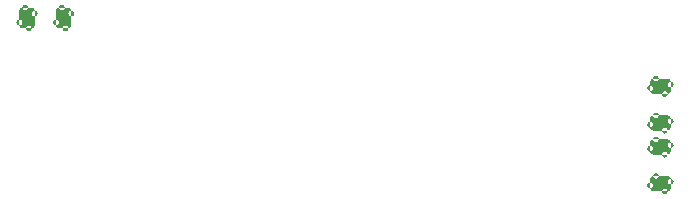
<source format=gbr>
From 9d678fbace2e4931e39ab5b95b2ec7493a18f549 Mon Sep 17 00:00:00 2001
From: Blaise Thompson <blaise@untzag.com>
Date: Mon, 25 Jan 2021 12:15:05 -0600
Subject: digital-driver readme

---
 digital-driver/gerber/driver-B_Paste.gbr | 114 +++++++++++++++----------------
 1 file changed, 57 insertions(+), 57 deletions(-)

(limited to 'digital-driver/gerber/driver-B_Paste.gbr')

diff --git a/digital-driver/gerber/driver-B_Paste.gbr b/digital-driver/gerber/driver-B_Paste.gbr
index f19f497..5b2b919 100644
--- a/digital-driver/gerber/driver-B_Paste.gbr
+++ b/digital-driver/gerber/driver-B_Paste.gbr
@@ -1,12 +1,12 @@
-%TF.GenerationSoftware,KiCad,Pcbnew,5.1.9+dfsg1-1*%
-%TF.CreationDate,2021-01-24T22:19:11-06:00*%
+%TF.GenerationSoftware,KiCad,Pcbnew,5.1.8+dfsg1-1+b1*%
+%TF.CreationDate,2021-01-25T11:41:01-06:00*%
 %TF.ProjectId,driver,64726976-6572-42e6-9b69-6361645f7063,1.0.0*%
 %TF.SameCoordinates,Original*%
 %TF.FileFunction,Paste,Bot*%
 %TF.FilePolarity,Positive*%
 %FSLAX46Y46*%
 G04 Gerber Fmt 4.6, Leading zero omitted, Abs format (unit mm)*
-G04 Created by KiCad (PCBNEW 5.1.9+dfsg1-1) date 2021-01-24 22:19:11*
+G04 Created by KiCad (PCBNEW 5.1.8+dfsg1-1+b1) date 2021-01-25 11:41:01*
 %MOMM*%
 %LPD*%
 G01*
@@ -71,150 +71,150 @@ G01*
 %TO.C,R4*%
 G36*
 G01*
-X155565000Y-91582000D02*
-X154315000Y-91582000D01*
+X155565001Y-91582000D02*
+X154314999Y-91582000D01*
 G75*
 G02*
-X154065000Y-91332000I0J250000D01*
+X154065000Y-91332001I0J249999D01*
 G01*
-X154065000Y-90532000D01*
+X154065000Y-90531999D01*
 G75*
 G02*
-X154315000Y-90282000I250000J0D01*
+X154314999Y-90282000I249999J0D01*
 G01*
-X155565000Y-90282000D01*
+X155565001Y-90282000D01*
 G75*
 G02*
-X155815000Y-90532000I0J-250000D01*
+X155815000Y-90531999I0J-249999D01*
 G01*
-X155815000Y-91332000D01*
+X155815000Y-91332001D01*
 G75*
 G02*
-X155565000Y-91582000I-250000J0D01*
+X155565001Y-91582000I-249999J0D01*
 G01*
 G37*
 G36*
 G01*
-X155565000Y-94682000D02*
-X154315000Y-94682000D01*
+X155565001Y-94682000D02*
+X154314999Y-94682000D01*
 G75*
 G02*
-X154065000Y-94432000I0J250000D01*
+X154065000Y-94432001I0J249999D01*
 G01*
-X154065000Y-93632000D01*
+X154065000Y-93631999D01*
 G75*
 G02*
-X154315000Y-93382000I250000J0D01*
+X154314999Y-93382000I249999J0D01*
 G01*
-X155565000Y-93382000D01*
+X155565001Y-93382000D01*
 G75*
 G02*
-X155815000Y-93632000I0J-250000D01*
+X155815000Y-93631999I0J-249999D01*
 G01*
-X155815000Y-94432000D01*
+X155815000Y-94432001D01*
 G75*
 G02*
-X155565000Y-94682000I-250000J0D01*
+X155565001Y-94682000I-249999J0D01*
 G01*
 G37*
 %TD*%
 %TO.C,R3*%
 G36*
 G01*
-X101970000Y-79385000D02*
-X101970000Y-80635000D01*
+X101970000Y-79384999D02*
+X101970000Y-80635001D01*
 G75*
 G02*
-X101720000Y-80885000I-250000J0D01*
+X101720001Y-80885000I-249999J0D01*
 G01*
-X100920000Y-80885000D01*
+X100919999Y-80885000D01*
 G75*
 G02*
-X100670000Y-80635000I0J250000D01*
+X100670000Y-80635001I0J249999D01*
 G01*
-X100670000Y-79385000D01*
+X100670000Y-79384999D01*
 G75*
 G02*
-X100920000Y-79135000I250000J0D01*
+X100919999Y-79135000I249999J0D01*
 G01*
-X101720000Y-79135000D01*
+X101720001Y-79135000D01*
 G75*
 G02*
-X101970000Y-79385000I0J-250000D01*
+X101970000Y-79384999I0J-249999D01*
 G01*
 G37*
 G36*
 G01*
-X105070000Y-79385000D02*
-X105070000Y-80635000D01*
+X105070000Y-79384999D02*
+X105070000Y-80635001D01*
 G75*
 G02*
-X104820000Y-80885000I-250000J0D01*
+X104820001Y-80885000I-249999J0D01*
 G01*
-X104020000Y-80885000D01*
+X104019999Y-80885000D01*
 G75*
 G02*
-X103770000Y-80635000I0J250000D01*
+X103770000Y-80635001I0J249999D01*
 G01*
-X103770000Y-79385000D01*
+X103770000Y-79384999D01*
 G75*
 G02*
-X104020000Y-79135000I250000J0D01*
+X104019999Y-79135000I249999J0D01*
 G01*
-X104820000Y-79135000D01*
+X104820001Y-79135000D01*
 G75*
 G02*
-X105070000Y-79385000I0J-250000D01*
+X105070000Y-79384999I0J-249999D01*
 G01*
 G37*
 %TD*%
 %TO.C,R1*%
 G36*
 G01*
-X155565000Y-86450000D02*
-X154315000Y-86450000D01*
+X155565001Y-86450000D02*
+X154314999Y-86450000D01*
 G75*
 G02*
-X154065000Y-86200000I0J250000D01*
+X154065000Y-86200001I0J249999D01*
 G01*
-X154065000Y-85400000D01*
+X154065000Y-85399999D01*
 G75*
 G02*
-X154315000Y-85150000I250000J0D01*
+X154314999Y-85150000I249999J0D01*
 G01*
-X155565000Y-85150000D01*
+X155565001Y-85150000D01*
 G75*
 G02*
-X155815000Y-85400000I0J-250000D01*
+X155815000Y-85399999I0J-249999D01*
 G01*
-X155815000Y-86200000D01*
+X155815000Y-86200001D01*
 G75*
 G02*
-X155565000Y-86450000I-250000J0D01*
+X155565001Y-86450000I-249999J0D01*
 G01*
 G37*
 G36*
 G01*
-X155565000Y-89550000D02*
-X154315000Y-89550000D01*
+X155565001Y-89550000D02*
+X154314999Y-89550000D01*
 G75*
 G02*
-X154065000Y-89300000I0J250000D01*
+X154065000Y-89300001I0J249999D01*
 G01*
-X154065000Y-88500000D01*
+X154065000Y-88499999D01*
 G75*
 G02*
-X154315000Y-88250000I250000J0D01*
+X154314999Y-88250000I249999J0D01*
 G01*
-X155565000Y-88250000D01*
+X155565001Y-88250000D01*
 G75*
 G02*
-X155815000Y-88500000I0J-250000D01*
+X155815000Y-88499999I0J-249999D01*
 G01*
-X155815000Y-89300000D01*
+X155815000Y-89300001D01*
 G75*
 G02*
-X155565000Y-89550000I-250000J0D01*
+X155565001Y-89550000I-249999J0D01*
 G01*
 G37*
 %TD*%
-- 
cgit v1.2.3


</source>
